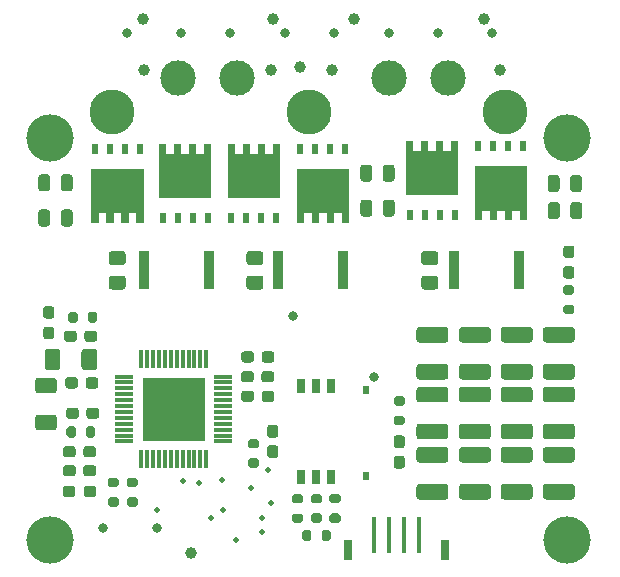
<source format=gbr>
%TF.GenerationSoftware,KiCad,Pcbnew,(5.1.8-0-10_14)*%
%TF.CreationDate,2021-05-13T19:53:47+02:00*%
%TF.ProjectId,Nauthiluscontroller,4e617574-6869-46c7-9573-636f6e74726f,rev?*%
%TF.SameCoordinates,Original*%
%TF.FileFunction,Soldermask,Top*%
%TF.FilePolarity,Negative*%
%FSLAX46Y46*%
G04 Gerber Fmt 4.6, Leading zero omitted, Abs format (unit mm)*
G04 Created by KiCad (PCBNEW (5.1.8-0-10_14)) date 2021-05-13 19:53:47*
%MOMM*%
%LPD*%
G01*
G04 APERTURE LIST*
%ADD10C,0.010000*%
%ADD11C,0.100000*%
%ADD12R,0.500000X0.850000*%
%ADD13C,0.500000*%
%ADD14C,0.300000*%
%ADD15R,1.500000X0.300000*%
%ADD16R,0.300000X1.500000*%
%ADD17C,4.000000*%
%ADD18R,0.760000X1.270000*%
%ADD19C,1.000000*%
%ADD20C,3.000000*%
%ADD21C,0.800000*%
%ADD22C,3.800000*%
%ADD23C,2.600000*%
%ADD24R,0.350000X3.115000*%
%ADD25R,0.700000X1.800000*%
%ADD26R,0.900000X3.200000*%
%ADD27R,0.600000X0.800000*%
G04 APERTURE END LIST*
D10*
%TO.C,U11*%
G36*
X126038000Y-108207000D02*
G01*
X126038000Y-103037000D01*
X131208000Y-103037000D01*
X131208000Y-108207000D01*
X126038000Y-108207000D01*
G37*
X126038000Y-108207000D02*
X126038000Y-103037000D01*
X131208000Y-103037000D01*
X131208000Y-108207000D01*
X126038000Y-108207000D01*
%TD*%
D11*
%TO.C,Q2*%
G36*
X125465000Y-89865000D02*
G01*
X125465000Y-89065000D01*
X124795000Y-89065000D01*
X124795000Y-89865000D01*
X124195000Y-89865000D01*
X124195000Y-89065000D01*
X123525000Y-89065000D01*
X123525000Y-89865000D01*
X122925000Y-89865000D01*
X122925000Y-89065000D01*
X122255000Y-89065000D01*
X122255000Y-89865000D01*
X121655000Y-89865000D01*
X121655000Y-85315000D01*
X126065000Y-85315000D01*
X126065000Y-89865000D01*
X125465000Y-89865000D01*
G37*
D12*
X121955000Y-83640000D03*
X123225000Y-83640000D03*
X124495000Y-83640000D03*
X125765000Y-83640000D03*
%TD*%
D13*
%TO.C,TP15*%
X135200000Y-112300000D03*
%TD*%
D11*
%TO.C,Q6*%
G36*
X157895000Y-89615000D02*
G01*
X157895000Y-88815000D01*
X157225000Y-88815000D01*
X157225000Y-89615000D01*
X156625000Y-89615000D01*
X156625000Y-88815000D01*
X155955000Y-88815000D01*
X155955000Y-89615000D01*
X155355000Y-89615000D01*
X155355000Y-88815000D01*
X154685000Y-88815000D01*
X154685000Y-89615000D01*
X154085000Y-89615000D01*
X154085000Y-85065000D01*
X158495000Y-85065000D01*
X158495000Y-89615000D01*
X157895000Y-89615000D01*
G37*
D12*
X154385000Y-83390000D03*
X155655000Y-83390000D03*
X156925000Y-83390000D03*
X158195000Y-83390000D03*
%TD*%
%TO.C,Q7*%
X148615000Y-89170000D03*
X149885000Y-89170000D03*
X151155000Y-89170000D03*
X152425000Y-89170000D03*
D11*
G36*
X148915000Y-82945000D02*
G01*
X148915000Y-83745000D01*
X149585000Y-83745000D01*
X149585000Y-82945000D01*
X150185000Y-82945000D01*
X150185000Y-83745000D01*
X150855000Y-83745000D01*
X150855000Y-82945000D01*
X151455000Y-82945000D01*
X151455000Y-83745000D01*
X152125000Y-83745000D01*
X152125000Y-82945000D01*
X152725000Y-82945000D01*
X152725000Y-87495000D01*
X148315000Y-87495000D01*
X148315000Y-82945000D01*
X148915000Y-82945000D01*
G37*
%TD*%
%TO.C,R16*%
G36*
G01*
X135095000Y-109810000D02*
X135645000Y-109810000D01*
G75*
G02*
X135845000Y-110010000I0J-200000D01*
G01*
X135845000Y-110410000D01*
G75*
G02*
X135645000Y-110610000I-200000J0D01*
G01*
X135095000Y-110610000D01*
G75*
G02*
X134895000Y-110410000I0J200000D01*
G01*
X134895000Y-110010000D01*
G75*
G02*
X135095000Y-109810000I200000J0D01*
G01*
G37*
G36*
G01*
X135095000Y-108160000D02*
X135645000Y-108160000D01*
G75*
G02*
X135845000Y-108360000I0J-200000D01*
G01*
X135845000Y-108760000D01*
G75*
G02*
X135645000Y-108960000I-200000J0D01*
G01*
X135095000Y-108960000D01*
G75*
G02*
X134895000Y-108760000I0J200000D01*
G01*
X134895000Y-108360000D01*
G75*
G02*
X135095000Y-108160000I200000J0D01*
G01*
G37*
%TD*%
D14*
%TO.C,U11*%
X131023000Y-103222000D03*
X131023000Y-104422000D03*
X131023000Y-105622000D03*
X131023000Y-106822000D03*
X131023000Y-108022000D03*
X129823000Y-103222000D03*
X129823000Y-104422000D03*
X129823000Y-105622000D03*
X129823000Y-106822000D03*
X129823000Y-108022000D03*
X128623000Y-103222000D03*
X128623000Y-104422000D03*
X128623000Y-105622000D03*
X128623000Y-106822000D03*
X128623000Y-108022000D03*
X127423000Y-103222000D03*
X127423000Y-104422000D03*
X127423000Y-105622000D03*
X127423000Y-106822000D03*
X127423000Y-108022000D03*
X126223000Y-103222000D03*
X126223000Y-104422000D03*
X126223000Y-105622000D03*
X126223000Y-106822000D03*
X126223000Y-108022000D03*
D15*
X124423000Y-108372000D03*
X124423000Y-107872000D03*
X124423000Y-107372000D03*
X124423000Y-106872000D03*
X124423000Y-106372000D03*
X124423000Y-105872000D03*
X124423000Y-105372000D03*
X124423000Y-104872000D03*
X124423000Y-104372000D03*
X124423000Y-103872000D03*
X124423000Y-103372000D03*
X124423000Y-102872000D03*
D16*
X125873000Y-101422000D03*
X126373000Y-101422000D03*
X126873000Y-101422000D03*
X127373000Y-101422000D03*
X127873000Y-101422000D03*
X128373000Y-101422000D03*
X128873000Y-101422000D03*
X129373000Y-101422000D03*
X129873000Y-101422000D03*
X130373000Y-101422000D03*
X130873000Y-101422000D03*
X131373000Y-101422000D03*
D15*
X132823000Y-102872000D03*
X132823000Y-103372000D03*
X132823000Y-103872000D03*
X132823000Y-104372000D03*
X132823000Y-104872000D03*
X132823000Y-105372000D03*
X132823000Y-105872000D03*
X132823000Y-106372000D03*
X132823000Y-106872000D03*
X132823000Y-107372000D03*
X132823000Y-107872000D03*
X132823000Y-108372000D03*
D16*
X131373000Y-109822000D03*
X130873000Y-109822000D03*
X130373000Y-109822000D03*
X129873000Y-109822000D03*
X129373000Y-109822000D03*
X128873000Y-109822000D03*
X128373000Y-109822000D03*
X127873000Y-109822000D03*
X127373000Y-109822000D03*
X126873000Y-109822000D03*
X126373000Y-109822000D03*
X125873000Y-109822000D03*
%TD*%
D17*
%TO.C,H4*%
X161927359Y-116680000D03*
%TD*%
%TO.C,C49*%
G36*
G01*
X150775000Y-95505000D02*
X149825000Y-95505000D01*
G75*
G02*
X149575000Y-95255000I0J250000D01*
G01*
X149575000Y-94580000D01*
G75*
G02*
X149825000Y-94330000I250000J0D01*
G01*
X150775000Y-94330000D01*
G75*
G02*
X151025000Y-94580000I0J-250000D01*
G01*
X151025000Y-95255000D01*
G75*
G02*
X150775000Y-95505000I-250000J0D01*
G01*
G37*
G36*
G01*
X150775000Y-93430000D02*
X149825000Y-93430000D01*
G75*
G02*
X149575000Y-93180000I0J250000D01*
G01*
X149575000Y-92505000D01*
G75*
G02*
X149825000Y-92255000I250000J0D01*
G01*
X150775000Y-92255000D01*
G75*
G02*
X151025000Y-92505000I0J-250000D01*
G01*
X151025000Y-93180000D01*
G75*
G02*
X150775000Y-93430000I-250000J0D01*
G01*
G37*
%TD*%
D11*
%TO.C,Q5*%
G36*
X133785000Y-83225000D02*
G01*
X133785000Y-84025000D01*
X134455000Y-84025000D01*
X134455000Y-83225000D01*
X135055000Y-83225000D01*
X135055000Y-84025000D01*
X135725000Y-84025000D01*
X135725000Y-83225000D01*
X136325000Y-83225000D01*
X136325000Y-84025000D01*
X136995000Y-84025000D01*
X136995000Y-83225000D01*
X137595000Y-83225000D01*
X137595000Y-87775000D01*
X133185000Y-87775000D01*
X133185000Y-83225000D01*
X133785000Y-83225000D01*
G37*
D12*
X137295000Y-89450000D03*
X136025000Y-89450000D03*
X134755000Y-89450000D03*
X133485000Y-89450000D03*
%TD*%
%TO.C,Q3*%
X127705000Y-89450000D03*
X128975000Y-89450000D03*
X130245000Y-89450000D03*
X131515000Y-89450000D03*
D11*
G36*
X128005000Y-83225000D02*
G01*
X128005000Y-84025000D01*
X128675000Y-84025000D01*
X128675000Y-83225000D01*
X129275000Y-83225000D01*
X129275000Y-84025000D01*
X129945000Y-84025000D01*
X129945000Y-83225000D01*
X130545000Y-83225000D01*
X130545000Y-84025000D01*
X131215000Y-84025000D01*
X131215000Y-83225000D01*
X131815000Y-83225000D01*
X131815000Y-87775000D01*
X127405000Y-87775000D01*
X127405000Y-83225000D01*
X128005000Y-83225000D01*
G37*
%TD*%
D18*
%TO.C,SW2*%
X139430000Y-103710000D03*
X140700000Y-103710000D03*
X141970000Y-103710000D03*
X141970000Y-111340000D03*
X140700000Y-111340000D03*
X139430000Y-111340000D03*
%TD*%
D19*
%TO.C,J7*%
X126000000Y-72620000D03*
X137000000Y-72620000D03*
D20*
X134000000Y-77620000D03*
X129000000Y-77620000D03*
%TD*%
D19*
%TO.C,U7*%
X139340000Y-76690000D03*
%TD*%
%TO.C,U17*%
X136870000Y-76950000D03*
%TD*%
D21*
%TO.C,J3*%
X133420000Y-73810000D03*
X138020000Y-73810000D03*
%TD*%
D22*
%TO.C,U18*%
X156697360Y-80500000D03*
D23*
X156697360Y-80500000D03*
%TD*%
D21*
%TO.C,J1*%
X150970000Y-73780000D03*
X155570000Y-73780000D03*
%TD*%
D12*
%TO.C,Q4*%
X143145000Y-83610000D03*
X141875000Y-83610000D03*
X140605000Y-83610000D03*
X139335000Y-83610000D03*
D11*
G36*
X142845000Y-89835000D02*
G01*
X142845000Y-89035000D01*
X142175000Y-89035000D01*
X142175000Y-89835000D01*
X141575000Y-89835000D01*
X141575000Y-89035000D01*
X140905000Y-89035000D01*
X140905000Y-89835000D01*
X140305000Y-89835000D01*
X140305000Y-89035000D01*
X139635000Y-89035000D01*
X139635000Y-89835000D01*
X139035000Y-89835000D01*
X139035000Y-85285000D01*
X143445000Y-85285000D01*
X143445000Y-89835000D01*
X142845000Y-89835000D01*
G37*
%TD*%
%TO.C,R22*%
G36*
G01*
X123775000Y-113885000D02*
X123225000Y-113885000D01*
G75*
G02*
X123025000Y-113685000I0J200000D01*
G01*
X123025000Y-113285000D01*
G75*
G02*
X123225000Y-113085000I200000J0D01*
G01*
X123775000Y-113085000D01*
G75*
G02*
X123975000Y-113285000I0J-200000D01*
G01*
X123975000Y-113685000D01*
G75*
G02*
X123775000Y-113885000I-200000J0D01*
G01*
G37*
G36*
G01*
X123775000Y-112235000D02*
X123225000Y-112235000D01*
G75*
G02*
X123025000Y-112035000I0J200000D01*
G01*
X123025000Y-111635000D01*
G75*
G02*
X123225000Y-111435000I200000J0D01*
G01*
X123775000Y-111435000D01*
G75*
G02*
X123975000Y-111635000I0J-200000D01*
G01*
X123975000Y-112035000D01*
G75*
G02*
X123775000Y-112235000I-200000J0D01*
G01*
G37*
%TD*%
%TO.C,C45*%
G36*
G01*
X135965000Y-93430000D02*
X135015000Y-93430000D01*
G75*
G02*
X134765000Y-93180000I0J250000D01*
G01*
X134765000Y-92505000D01*
G75*
G02*
X135015000Y-92255000I250000J0D01*
G01*
X135965000Y-92255000D01*
G75*
G02*
X136215000Y-92505000I0J-250000D01*
G01*
X136215000Y-93180000D01*
G75*
G02*
X135965000Y-93430000I-250000J0D01*
G01*
G37*
G36*
G01*
X135965000Y-95505000D02*
X135015000Y-95505000D01*
G75*
G02*
X134765000Y-95255000I0J250000D01*
G01*
X134765000Y-94580000D01*
G75*
G02*
X135015000Y-94330000I250000J0D01*
G01*
X135965000Y-94330000D01*
G75*
G02*
X136215000Y-94580000I0J-250000D01*
G01*
X136215000Y-95255000D01*
G75*
G02*
X135965000Y-95505000I-250000J0D01*
G01*
G37*
%TD*%
%TO.C,C58*%
G36*
G01*
X155220003Y-110162000D02*
X153019997Y-110162000D01*
G75*
G02*
X152770000Y-109912003I0J249997D01*
G01*
X152770000Y-109086997D01*
G75*
G02*
X153019997Y-108837000I249997J0D01*
G01*
X155220003Y-108837000D01*
G75*
G02*
X155470000Y-109086997I0J-249997D01*
G01*
X155470000Y-109912003D01*
G75*
G02*
X155220003Y-110162000I-249997J0D01*
G01*
G37*
G36*
G01*
X155220003Y-113287000D02*
X153019997Y-113287000D01*
G75*
G02*
X152770000Y-113037003I0J249997D01*
G01*
X152770000Y-112211997D01*
G75*
G02*
X153019997Y-111962000I249997J0D01*
G01*
X155220003Y-111962000D01*
G75*
G02*
X155470000Y-112211997I0J-249997D01*
G01*
X155470000Y-113037003D01*
G75*
G02*
X155220003Y-113287000I-249997J0D01*
G01*
G37*
%TD*%
D21*
%TO.C,TP12*%
X138710000Y-97740000D03*
%TD*%
%TO.C,TP1*%
X145550000Y-102930000D03*
%TD*%
%TO.C,R21*%
G36*
G01*
X125375000Y-112235000D02*
X124825000Y-112235000D01*
G75*
G02*
X124625000Y-112035000I0J200000D01*
G01*
X124625000Y-111635000D01*
G75*
G02*
X124825000Y-111435000I200000J0D01*
G01*
X125375000Y-111435000D01*
G75*
G02*
X125575000Y-111635000I0J-200000D01*
G01*
X125575000Y-112035000D01*
G75*
G02*
X125375000Y-112235000I-200000J0D01*
G01*
G37*
G36*
G01*
X125375000Y-113885000D02*
X124825000Y-113885000D01*
G75*
G02*
X124625000Y-113685000I0J200000D01*
G01*
X124625000Y-113285000D01*
G75*
G02*
X124825000Y-113085000I200000J0D01*
G01*
X125375000Y-113085000D01*
G75*
G02*
X125575000Y-113285000I0J-200000D01*
G01*
X125575000Y-113685000D01*
G75*
G02*
X125375000Y-113885000I-200000J0D01*
G01*
G37*
%TD*%
%TO.C,C26*%
G36*
G01*
X151620003Y-105062000D02*
X149419997Y-105062000D01*
G75*
G02*
X149170000Y-104812003I0J249997D01*
G01*
X149170000Y-103986997D01*
G75*
G02*
X149419997Y-103737000I249997J0D01*
G01*
X151620003Y-103737000D01*
G75*
G02*
X151870000Y-103986997I0J-249997D01*
G01*
X151870000Y-104812003D01*
G75*
G02*
X151620003Y-105062000I-249997J0D01*
G01*
G37*
G36*
G01*
X151620003Y-108187000D02*
X149419997Y-108187000D01*
G75*
G02*
X149170000Y-107937003I0J249997D01*
G01*
X149170000Y-107111997D01*
G75*
G02*
X149419997Y-106862000I249997J0D01*
G01*
X151620003Y-106862000D01*
G75*
G02*
X151870000Y-107111997I0J-249997D01*
G01*
X151870000Y-107937003D01*
G75*
G02*
X151620003Y-108187000I-249997J0D01*
G01*
G37*
%TD*%
%TO.C,C20*%
G36*
G01*
X158762003Y-103124500D02*
X156561997Y-103124500D01*
G75*
G02*
X156312000Y-102874503I0J249997D01*
G01*
X156312000Y-102049497D01*
G75*
G02*
X156561997Y-101799500I249997J0D01*
G01*
X158762003Y-101799500D01*
G75*
G02*
X159012000Y-102049497I0J-249997D01*
G01*
X159012000Y-102874503D01*
G75*
G02*
X158762003Y-103124500I-249997J0D01*
G01*
G37*
G36*
G01*
X158762003Y-99999500D02*
X156561997Y-99999500D01*
G75*
G02*
X156312000Y-99749503I0J249997D01*
G01*
X156312000Y-98924497D01*
G75*
G02*
X156561997Y-98674500I249997J0D01*
G01*
X158762003Y-98674500D01*
G75*
G02*
X159012000Y-98924497I0J-249997D01*
G01*
X159012000Y-99749503D01*
G75*
G02*
X158762003Y-99999500I-249997J0D01*
G01*
G37*
%TD*%
%TO.C,C40*%
G36*
G01*
X122130000Y-100779997D02*
X122130000Y-102080003D01*
G75*
G02*
X121880003Y-102330000I-249997J0D01*
G01*
X121054997Y-102330000D01*
G75*
G02*
X120805000Y-102080003I0J249997D01*
G01*
X120805000Y-100779997D01*
G75*
G02*
X121054997Y-100530000I249997J0D01*
G01*
X121880003Y-100530000D01*
G75*
G02*
X122130000Y-100779997I0J-249997D01*
G01*
G37*
G36*
G01*
X119005000Y-100779997D02*
X119005000Y-102080003D01*
G75*
G02*
X118755003Y-102330000I-249997J0D01*
G01*
X117929997Y-102330000D01*
G75*
G02*
X117680000Y-102080003I0J249997D01*
G01*
X117680000Y-100779997D01*
G75*
G02*
X117929997Y-100530000I249997J0D01*
G01*
X118755003Y-100530000D01*
G75*
G02*
X119005000Y-100779997I0J-249997D01*
G01*
G37*
%TD*%
D22*
%TO.C,U16*%
X140048680Y-80500000D03*
D23*
X140048680Y-80500000D03*
%TD*%
D20*
%TO.C,J6*%
X146850000Y-77620000D03*
X151850000Y-77620000D03*
D19*
X154850000Y-72620000D03*
X143850000Y-72620000D03*
%TD*%
%TO.C,C21*%
G36*
G01*
X158750003Y-105062000D02*
X156549997Y-105062000D01*
G75*
G02*
X156300000Y-104812003I0J249997D01*
G01*
X156300000Y-103986997D01*
G75*
G02*
X156549997Y-103737000I249997J0D01*
G01*
X158750003Y-103737000D01*
G75*
G02*
X159000000Y-103986997I0J-249997D01*
G01*
X159000000Y-104812003D01*
G75*
G02*
X158750003Y-105062000I-249997J0D01*
G01*
G37*
G36*
G01*
X158750003Y-108187000D02*
X156549997Y-108187000D01*
G75*
G02*
X156300000Y-107937003I0J249997D01*
G01*
X156300000Y-107111997D01*
G75*
G02*
X156549997Y-106862000I249997J0D01*
G01*
X158750003Y-106862000D01*
G75*
G02*
X159000000Y-107111997I0J-249997D01*
G01*
X159000000Y-107937003D01*
G75*
G02*
X158750003Y-108187000I-249997J0D01*
G01*
G37*
%TD*%
%TO.C,C24*%
G36*
G01*
X162322003Y-113287000D02*
X160121997Y-113287000D01*
G75*
G02*
X159872000Y-113037003I0J249997D01*
G01*
X159872000Y-112211997D01*
G75*
G02*
X160121997Y-111962000I249997J0D01*
G01*
X162322003Y-111962000D01*
G75*
G02*
X162572000Y-112211997I0J-249997D01*
G01*
X162572000Y-113037003D01*
G75*
G02*
X162322003Y-113287000I-249997J0D01*
G01*
G37*
G36*
G01*
X162322003Y-110162000D02*
X160121997Y-110162000D01*
G75*
G02*
X159872000Y-109912003I0J249997D01*
G01*
X159872000Y-109086997D01*
G75*
G02*
X160121997Y-108837000I249997J0D01*
G01*
X162322003Y-108837000D01*
G75*
G02*
X162572000Y-109086997I0J-249997D01*
G01*
X162572000Y-109912003D01*
G75*
G02*
X162322003Y-110162000I-249997J0D01*
G01*
G37*
%TD*%
%TO.C,C27*%
G36*
G01*
X162322003Y-108187000D02*
X160121997Y-108187000D01*
G75*
G02*
X159872000Y-107937003I0J249997D01*
G01*
X159872000Y-107111997D01*
G75*
G02*
X160121997Y-106862000I249997J0D01*
G01*
X162322003Y-106862000D01*
G75*
G02*
X162572000Y-107111997I0J-249997D01*
G01*
X162572000Y-107937003D01*
G75*
G02*
X162322003Y-108187000I-249997J0D01*
G01*
G37*
G36*
G01*
X162322003Y-105062000D02*
X160121997Y-105062000D01*
G75*
G02*
X159872000Y-104812003I0J249997D01*
G01*
X159872000Y-103986997D01*
G75*
G02*
X160121997Y-103737000I249997J0D01*
G01*
X162322003Y-103737000D01*
G75*
G02*
X162572000Y-103986997I0J-249997D01*
G01*
X162572000Y-104812003D01*
G75*
G02*
X162322003Y-105062000I-249997J0D01*
G01*
G37*
%TD*%
%TO.C,C28*%
G36*
G01*
X158750003Y-110162000D02*
X156549997Y-110162000D01*
G75*
G02*
X156300000Y-109912003I0J249997D01*
G01*
X156300000Y-109086997D01*
G75*
G02*
X156549997Y-108837000I249997J0D01*
G01*
X158750003Y-108837000D01*
G75*
G02*
X159000000Y-109086997I0J-249997D01*
G01*
X159000000Y-109912003D01*
G75*
G02*
X158750003Y-110162000I-249997J0D01*
G01*
G37*
G36*
G01*
X158750003Y-113287000D02*
X156549997Y-113287000D01*
G75*
G02*
X156300000Y-113037003I0J249997D01*
G01*
X156300000Y-112211997D01*
G75*
G02*
X156549997Y-111962000I249997J0D01*
G01*
X158750003Y-111962000D01*
G75*
G02*
X159000000Y-112211997I0J-249997D01*
G01*
X159000000Y-113037003D01*
G75*
G02*
X158750003Y-113287000I-249997J0D01*
G01*
G37*
%TD*%
%TO.C,C29*%
G36*
G01*
X136055000Y-101447500D02*
X136055000Y-100972500D01*
G75*
G02*
X136292500Y-100735000I237500J0D01*
G01*
X136892500Y-100735000D01*
G75*
G02*
X137130000Y-100972500I0J-237500D01*
G01*
X137130000Y-101447500D01*
G75*
G02*
X136892500Y-101685000I-237500J0D01*
G01*
X136292500Y-101685000D01*
G75*
G02*
X136055000Y-101447500I0J237500D01*
G01*
G37*
G36*
G01*
X134330000Y-101447500D02*
X134330000Y-100972500D01*
G75*
G02*
X134567500Y-100735000I237500J0D01*
G01*
X135167500Y-100735000D01*
G75*
G02*
X135405000Y-100972500I0J-237500D01*
G01*
X135405000Y-101447500D01*
G75*
G02*
X135167500Y-101685000I-237500J0D01*
G01*
X134567500Y-101685000D01*
G75*
G02*
X134330000Y-101447500I0J237500D01*
G01*
G37*
%TD*%
%TO.C,C31*%
G36*
G01*
X120965500Y-111072500D02*
X120965500Y-110597500D01*
G75*
G02*
X121203000Y-110360000I237500J0D01*
G01*
X121803000Y-110360000D01*
G75*
G02*
X122040500Y-110597500I0J-237500D01*
G01*
X122040500Y-111072500D01*
G75*
G02*
X121803000Y-111310000I-237500J0D01*
G01*
X121203000Y-111310000D01*
G75*
G02*
X120965500Y-111072500I0J237500D01*
G01*
G37*
G36*
G01*
X119240500Y-111072500D02*
X119240500Y-110597500D01*
G75*
G02*
X119478000Y-110360000I237500J0D01*
G01*
X120078000Y-110360000D01*
G75*
G02*
X120315500Y-110597500I0J-237500D01*
G01*
X120315500Y-111072500D01*
G75*
G02*
X120078000Y-111310000I-237500J0D01*
G01*
X119478000Y-111310000D01*
G75*
G02*
X119240500Y-111072500I0J237500D01*
G01*
G37*
%TD*%
%TO.C,C32*%
G36*
G01*
X137227500Y-108045000D02*
X136752500Y-108045000D01*
G75*
G02*
X136515000Y-107807500I0J237500D01*
G01*
X136515000Y-107207500D01*
G75*
G02*
X136752500Y-106970000I237500J0D01*
G01*
X137227500Y-106970000D01*
G75*
G02*
X137465000Y-107207500I0J-237500D01*
G01*
X137465000Y-107807500D01*
G75*
G02*
X137227500Y-108045000I-237500J0D01*
G01*
G37*
G36*
G01*
X137227500Y-109770000D02*
X136752500Y-109770000D01*
G75*
G02*
X136515000Y-109532500I0J237500D01*
G01*
X136515000Y-108932500D01*
G75*
G02*
X136752500Y-108695000I237500J0D01*
G01*
X137227500Y-108695000D01*
G75*
G02*
X137465000Y-108932500I0J-237500D01*
G01*
X137465000Y-109532500D01*
G75*
G02*
X137227500Y-109770000I-237500J0D01*
G01*
G37*
%TD*%
%TO.C,C33*%
G36*
G01*
X120965500Y-109484500D02*
X120965500Y-109009500D01*
G75*
G02*
X121203000Y-108772000I237500J0D01*
G01*
X121803000Y-108772000D01*
G75*
G02*
X122040500Y-109009500I0J-237500D01*
G01*
X122040500Y-109484500D01*
G75*
G02*
X121803000Y-109722000I-237500J0D01*
G01*
X121203000Y-109722000D01*
G75*
G02*
X120965500Y-109484500I0J237500D01*
G01*
G37*
G36*
G01*
X119240500Y-109484500D02*
X119240500Y-109009500D01*
G75*
G02*
X119478000Y-108772000I237500J0D01*
G01*
X120078000Y-108772000D01*
G75*
G02*
X120315500Y-109009500I0J-237500D01*
G01*
X120315500Y-109484500D01*
G75*
G02*
X120078000Y-109722000I-237500J0D01*
G01*
X119478000Y-109722000D01*
G75*
G02*
X119240500Y-109484500I0J237500D01*
G01*
G37*
%TD*%
%TO.C,C34*%
G36*
G01*
X134317500Y-103117500D02*
X134317500Y-102642500D01*
G75*
G02*
X134555000Y-102405000I237500J0D01*
G01*
X135155000Y-102405000D01*
G75*
G02*
X135392500Y-102642500I0J-237500D01*
G01*
X135392500Y-103117500D01*
G75*
G02*
X135155000Y-103355000I-237500J0D01*
G01*
X134555000Y-103355000D01*
G75*
G02*
X134317500Y-103117500I0J237500D01*
G01*
G37*
G36*
G01*
X136042500Y-103117500D02*
X136042500Y-102642500D01*
G75*
G02*
X136280000Y-102405000I237500J0D01*
G01*
X136880000Y-102405000D01*
G75*
G02*
X137117500Y-102642500I0J-237500D01*
G01*
X137117500Y-103117500D01*
G75*
G02*
X136880000Y-103355000I-237500J0D01*
G01*
X136280000Y-103355000D01*
G75*
G02*
X136042500Y-103117500I0J237500D01*
G01*
G37*
%TD*%
%TO.C,C35*%
G36*
G01*
X121230000Y-106222500D02*
X121230000Y-105747500D01*
G75*
G02*
X121467500Y-105510000I237500J0D01*
G01*
X122067500Y-105510000D01*
G75*
G02*
X122305000Y-105747500I0J-237500D01*
G01*
X122305000Y-106222500D01*
G75*
G02*
X122067500Y-106460000I-237500J0D01*
G01*
X121467500Y-106460000D01*
G75*
G02*
X121230000Y-106222500I0J237500D01*
G01*
G37*
G36*
G01*
X119505000Y-106222500D02*
X119505000Y-105747500D01*
G75*
G02*
X119742500Y-105510000I237500J0D01*
G01*
X120342500Y-105510000D01*
G75*
G02*
X120580000Y-105747500I0J-237500D01*
G01*
X120580000Y-106222500D01*
G75*
G02*
X120342500Y-106460000I-237500J0D01*
G01*
X119742500Y-106460000D01*
G75*
G02*
X119505000Y-106222500I0J237500D01*
G01*
G37*
%TD*%
%TO.C,C36*%
G36*
G01*
X118450003Y-104300000D02*
X117149997Y-104300000D01*
G75*
G02*
X116900000Y-104050003I0J249997D01*
G01*
X116900000Y-103224997D01*
G75*
G02*
X117149997Y-102975000I249997J0D01*
G01*
X118450003Y-102975000D01*
G75*
G02*
X118700000Y-103224997I0J-249997D01*
G01*
X118700000Y-104050003D01*
G75*
G02*
X118450003Y-104300000I-249997J0D01*
G01*
G37*
G36*
G01*
X118450003Y-107425000D02*
X117149997Y-107425000D01*
G75*
G02*
X116900000Y-107175003I0J249997D01*
G01*
X116900000Y-106349997D01*
G75*
G02*
X117149997Y-106100000I249997J0D01*
G01*
X118450003Y-106100000D01*
G75*
G02*
X118700000Y-106349997I0J-249997D01*
G01*
X118700000Y-107175003D01*
G75*
G02*
X118450003Y-107425000I-249997J0D01*
G01*
G37*
%TD*%
%TO.C,C38*%
G36*
G01*
X122227500Y-103172500D02*
X122227500Y-103647500D01*
G75*
G02*
X121990000Y-103885000I-237500J0D01*
G01*
X121390000Y-103885000D01*
G75*
G02*
X121152500Y-103647500I0J237500D01*
G01*
X121152500Y-103172500D01*
G75*
G02*
X121390000Y-102935000I237500J0D01*
G01*
X121990000Y-102935000D01*
G75*
G02*
X122227500Y-103172500I0J-237500D01*
G01*
G37*
G36*
G01*
X120502500Y-103172500D02*
X120502500Y-103647500D01*
G75*
G02*
X120265000Y-103885000I-237500J0D01*
G01*
X119665000Y-103885000D01*
G75*
G02*
X119427500Y-103647500I0J237500D01*
G01*
X119427500Y-103172500D01*
G75*
G02*
X119665000Y-102935000I237500J0D01*
G01*
X120265000Y-102935000D01*
G75*
G02*
X120502500Y-103172500I0J-237500D01*
G01*
G37*
%TD*%
%TO.C,C41*%
G36*
G01*
X122135000Y-99222500D02*
X122135000Y-99697500D01*
G75*
G02*
X121897500Y-99935000I-237500J0D01*
G01*
X121297500Y-99935000D01*
G75*
G02*
X121060000Y-99697500I0J237500D01*
G01*
X121060000Y-99222500D01*
G75*
G02*
X121297500Y-98985000I237500J0D01*
G01*
X121897500Y-98985000D01*
G75*
G02*
X122135000Y-99222500I0J-237500D01*
G01*
G37*
G36*
G01*
X120410000Y-99222500D02*
X120410000Y-99697500D01*
G75*
G02*
X120172500Y-99935000I-237500J0D01*
G01*
X119572500Y-99935000D01*
G75*
G02*
X119335000Y-99697500I0J237500D01*
G01*
X119335000Y-99222500D01*
G75*
G02*
X119572500Y-98985000I237500J0D01*
G01*
X120172500Y-98985000D01*
G75*
G02*
X120410000Y-99222500I0J-237500D01*
G01*
G37*
%TD*%
%TO.C,C42*%
G36*
G01*
X136062500Y-104787500D02*
X136062500Y-104312500D01*
G75*
G02*
X136300000Y-104075000I237500J0D01*
G01*
X136900000Y-104075000D01*
G75*
G02*
X137137500Y-104312500I0J-237500D01*
G01*
X137137500Y-104787500D01*
G75*
G02*
X136900000Y-105025000I-237500J0D01*
G01*
X136300000Y-105025000D01*
G75*
G02*
X136062500Y-104787500I0J237500D01*
G01*
G37*
G36*
G01*
X134337500Y-104787500D02*
X134337500Y-104312500D01*
G75*
G02*
X134575000Y-104075000I237500J0D01*
G01*
X135175000Y-104075000D01*
G75*
G02*
X135412500Y-104312500I0J-237500D01*
G01*
X135412500Y-104787500D01*
G75*
G02*
X135175000Y-105025000I-237500J0D01*
G01*
X134575000Y-105025000D01*
G75*
G02*
X134337500Y-104787500I0J237500D01*
G01*
G37*
%TD*%
%TO.C,C44*%
G36*
G01*
X124305000Y-95505000D02*
X123355000Y-95505000D01*
G75*
G02*
X123105000Y-95255000I0J250000D01*
G01*
X123105000Y-94580000D01*
G75*
G02*
X123355000Y-94330000I250000J0D01*
G01*
X124305000Y-94330000D01*
G75*
G02*
X124555000Y-94580000I0J-250000D01*
G01*
X124555000Y-95255000D01*
G75*
G02*
X124305000Y-95505000I-250000J0D01*
G01*
G37*
G36*
G01*
X124305000Y-93430000D02*
X123355000Y-93430000D01*
G75*
G02*
X123105000Y-93180000I0J250000D01*
G01*
X123105000Y-92505000D01*
G75*
G02*
X123355000Y-92255000I250000J0D01*
G01*
X124305000Y-92255000D01*
G75*
G02*
X124555000Y-92505000I0J-250000D01*
G01*
X124555000Y-93180000D01*
G75*
G02*
X124305000Y-93430000I-250000J0D01*
G01*
G37*
%TD*%
%TO.C,C54*%
G36*
G01*
X155220003Y-103124500D02*
X153019997Y-103124500D01*
G75*
G02*
X152770000Y-102874503I0J249997D01*
G01*
X152770000Y-102049497D01*
G75*
G02*
X153019997Y-101799500I249997J0D01*
G01*
X155220003Y-101799500D01*
G75*
G02*
X155470000Y-102049497I0J-249997D01*
G01*
X155470000Y-102874503D01*
G75*
G02*
X155220003Y-103124500I-249997J0D01*
G01*
G37*
G36*
G01*
X155220003Y-99999500D02*
X153019997Y-99999500D01*
G75*
G02*
X152770000Y-99749503I0J249997D01*
G01*
X152770000Y-98924497D01*
G75*
G02*
X153019997Y-98674500I249997J0D01*
G01*
X155220003Y-98674500D01*
G75*
G02*
X155470000Y-98924497I0J-249997D01*
G01*
X155470000Y-99749503D01*
G75*
G02*
X155220003Y-99999500I-249997J0D01*
G01*
G37*
%TD*%
%TO.C,C55*%
G36*
G01*
X155220003Y-105062000D02*
X153019997Y-105062000D01*
G75*
G02*
X152770000Y-104812003I0J249997D01*
G01*
X152770000Y-103986997D01*
G75*
G02*
X153019997Y-103737000I249997J0D01*
G01*
X155220003Y-103737000D01*
G75*
G02*
X155470000Y-103986997I0J-249997D01*
G01*
X155470000Y-104812003D01*
G75*
G02*
X155220003Y-105062000I-249997J0D01*
G01*
G37*
G36*
G01*
X155220003Y-108187000D02*
X153019997Y-108187000D01*
G75*
G02*
X152770000Y-107937003I0J249997D01*
G01*
X152770000Y-107111997D01*
G75*
G02*
X153019997Y-106862000I249997J0D01*
G01*
X155220003Y-106862000D01*
G75*
G02*
X155470000Y-107111997I0J-249997D01*
G01*
X155470000Y-107937003D01*
G75*
G02*
X155220003Y-108187000I-249997J0D01*
G01*
G37*
%TD*%
%TO.C,C56*%
G36*
G01*
X151620003Y-99999500D02*
X149419997Y-99999500D01*
G75*
G02*
X149170000Y-99749503I0J249997D01*
G01*
X149170000Y-98924497D01*
G75*
G02*
X149419997Y-98674500I249997J0D01*
G01*
X151620003Y-98674500D01*
G75*
G02*
X151870000Y-98924497I0J-249997D01*
G01*
X151870000Y-99749503D01*
G75*
G02*
X151620003Y-99999500I-249997J0D01*
G01*
G37*
G36*
G01*
X151620003Y-103124500D02*
X149419997Y-103124500D01*
G75*
G02*
X149170000Y-102874503I0J249997D01*
G01*
X149170000Y-102049497D01*
G75*
G02*
X149419997Y-101799500I249997J0D01*
G01*
X151620003Y-101799500D01*
G75*
G02*
X151870000Y-102049497I0J-249997D01*
G01*
X151870000Y-102874503D01*
G75*
G02*
X151620003Y-103124500I-249997J0D01*
G01*
G37*
%TD*%
%TO.C,C57*%
G36*
G01*
X162322003Y-103124500D02*
X160121997Y-103124500D01*
G75*
G02*
X159872000Y-102874503I0J249997D01*
G01*
X159872000Y-102049497D01*
G75*
G02*
X160121997Y-101799500I249997J0D01*
G01*
X162322003Y-101799500D01*
G75*
G02*
X162572000Y-102049497I0J-249997D01*
G01*
X162572000Y-102874503D01*
G75*
G02*
X162322003Y-103124500I-249997J0D01*
G01*
G37*
G36*
G01*
X162322003Y-99999500D02*
X160121997Y-99999500D01*
G75*
G02*
X159872000Y-99749503I0J249997D01*
G01*
X159872000Y-98924497D01*
G75*
G02*
X160121997Y-98674500I249997J0D01*
G01*
X162322003Y-98674500D01*
G75*
G02*
X162572000Y-98924497I0J-249997D01*
G01*
X162572000Y-99749503D01*
G75*
G02*
X162322003Y-99999500I-249997J0D01*
G01*
G37*
%TD*%
%TO.C,C59*%
G36*
G01*
X151620003Y-113287000D02*
X149419997Y-113287000D01*
G75*
G02*
X149170000Y-113037003I0J249997D01*
G01*
X149170000Y-112211997D01*
G75*
G02*
X149419997Y-111962000I249997J0D01*
G01*
X151620003Y-111962000D01*
G75*
G02*
X151870000Y-112211997I0J-249997D01*
G01*
X151870000Y-113037003D01*
G75*
G02*
X151620003Y-113287000I-249997J0D01*
G01*
G37*
G36*
G01*
X151620003Y-110162000D02*
X149419997Y-110162000D01*
G75*
G02*
X149170000Y-109912003I0J249997D01*
G01*
X149170000Y-109086997D01*
G75*
G02*
X149419997Y-108837000I249997J0D01*
G01*
X151620003Y-108837000D01*
G75*
G02*
X151870000Y-109086997I0J-249997D01*
G01*
X151870000Y-109912003D01*
G75*
G02*
X151620003Y-110162000I-249997J0D01*
G01*
G37*
%TD*%
%TO.C,R6*%
G36*
G01*
X140280000Y-116045000D02*
X140280000Y-116595000D01*
G75*
G02*
X140080000Y-116795000I-200000J0D01*
G01*
X139680000Y-116795000D01*
G75*
G02*
X139480000Y-116595000I0J200000D01*
G01*
X139480000Y-116045000D01*
G75*
G02*
X139680000Y-115845000I200000J0D01*
G01*
X140080000Y-115845000D01*
G75*
G02*
X140280000Y-116045000I0J-200000D01*
G01*
G37*
G36*
G01*
X141930000Y-116045000D02*
X141930000Y-116595000D01*
G75*
G02*
X141730000Y-116795000I-200000J0D01*
G01*
X141330000Y-116795000D01*
G75*
G02*
X141130000Y-116595000I0J200000D01*
G01*
X141130000Y-116045000D01*
G75*
G02*
X141330000Y-115845000I200000J0D01*
G01*
X141730000Y-115845000D01*
G75*
G02*
X141930000Y-116045000I0J-200000D01*
G01*
G37*
%TD*%
%TO.C,R7*%
G36*
G01*
X119680000Y-98135000D02*
X119680000Y-97585000D01*
G75*
G02*
X119880000Y-97385000I200000J0D01*
G01*
X120280000Y-97385000D01*
G75*
G02*
X120480000Y-97585000I0J-200000D01*
G01*
X120480000Y-98135000D01*
G75*
G02*
X120280000Y-98335000I-200000J0D01*
G01*
X119880000Y-98335000D01*
G75*
G02*
X119680000Y-98135000I0J200000D01*
G01*
G37*
G36*
G01*
X121330000Y-98135000D02*
X121330000Y-97585000D01*
G75*
G02*
X121530000Y-97385000I200000J0D01*
G01*
X121930000Y-97385000D01*
G75*
G02*
X122130000Y-97585000I0J-200000D01*
G01*
X122130000Y-98135000D01*
G75*
G02*
X121930000Y-98335000I-200000J0D01*
G01*
X121530000Y-98335000D01*
G75*
G02*
X121330000Y-98135000I0J200000D01*
G01*
G37*
%TD*%
%TO.C,R8*%
G36*
G01*
X138830000Y-112820000D02*
X139380000Y-112820000D01*
G75*
G02*
X139580000Y-113020000I0J-200000D01*
G01*
X139580000Y-113420000D01*
G75*
G02*
X139380000Y-113620000I-200000J0D01*
G01*
X138830000Y-113620000D01*
G75*
G02*
X138630000Y-113420000I0J200000D01*
G01*
X138630000Y-113020000D01*
G75*
G02*
X138830000Y-112820000I200000J0D01*
G01*
G37*
G36*
G01*
X138830000Y-114470000D02*
X139380000Y-114470000D01*
G75*
G02*
X139580000Y-114670000I0J-200000D01*
G01*
X139580000Y-115070000D01*
G75*
G02*
X139380000Y-115270000I-200000J0D01*
G01*
X138830000Y-115270000D01*
G75*
G02*
X138630000Y-115070000I0J200000D01*
G01*
X138630000Y-114670000D01*
G75*
G02*
X138830000Y-114470000I200000J0D01*
G01*
G37*
%TD*%
%TO.C,R9*%
G36*
G01*
X140430000Y-112816000D02*
X140980000Y-112816000D01*
G75*
G02*
X141180000Y-113016000I0J-200000D01*
G01*
X141180000Y-113416000D01*
G75*
G02*
X140980000Y-113616000I-200000J0D01*
G01*
X140430000Y-113616000D01*
G75*
G02*
X140230000Y-113416000I0J200000D01*
G01*
X140230000Y-113016000D01*
G75*
G02*
X140430000Y-112816000I200000J0D01*
G01*
G37*
G36*
G01*
X140430000Y-114466000D02*
X140980000Y-114466000D01*
G75*
G02*
X141180000Y-114666000I0J-200000D01*
G01*
X141180000Y-115066000D01*
G75*
G02*
X140980000Y-115266000I-200000J0D01*
G01*
X140430000Y-115266000D01*
G75*
G02*
X140230000Y-115066000I0J200000D01*
G01*
X140230000Y-114666000D01*
G75*
G02*
X140430000Y-114466000I200000J0D01*
G01*
G37*
%TD*%
%TO.C,R10*%
G36*
G01*
X142555000Y-115265000D02*
X142005000Y-115265000D01*
G75*
G02*
X141805000Y-115065000I0J200000D01*
G01*
X141805000Y-114665000D01*
G75*
G02*
X142005000Y-114465000I200000J0D01*
G01*
X142555000Y-114465000D01*
G75*
G02*
X142755000Y-114665000I0J-200000D01*
G01*
X142755000Y-115065000D01*
G75*
G02*
X142555000Y-115265000I-200000J0D01*
G01*
G37*
G36*
G01*
X142555000Y-113615000D02*
X142005000Y-113615000D01*
G75*
G02*
X141805000Y-113415000I0J200000D01*
G01*
X141805000Y-113015000D01*
G75*
G02*
X142005000Y-112815000I200000J0D01*
G01*
X142555000Y-112815000D01*
G75*
G02*
X142755000Y-113015000I0J-200000D01*
G01*
X142755000Y-113415000D01*
G75*
G02*
X142555000Y-113615000I-200000J0D01*
G01*
G37*
%TD*%
%TO.C,R11*%
G36*
G01*
X161795000Y-96795000D02*
X162345000Y-96795000D01*
G75*
G02*
X162545000Y-96995000I0J-200000D01*
G01*
X162545000Y-97395000D01*
G75*
G02*
X162345000Y-97595000I-200000J0D01*
G01*
X161795000Y-97595000D01*
G75*
G02*
X161595000Y-97395000I0J200000D01*
G01*
X161595000Y-96995000D01*
G75*
G02*
X161795000Y-96795000I200000J0D01*
G01*
G37*
G36*
G01*
X161795000Y-95145000D02*
X162345000Y-95145000D01*
G75*
G02*
X162545000Y-95345000I0J-200000D01*
G01*
X162545000Y-95745000D01*
G75*
G02*
X162345000Y-95945000I-200000J0D01*
G01*
X161795000Y-95945000D01*
G75*
G02*
X161595000Y-95745000I0J200000D01*
G01*
X161595000Y-95345000D01*
G75*
G02*
X161795000Y-95145000I200000J0D01*
G01*
G37*
%TD*%
%TO.C,R17*%
G36*
G01*
X119530000Y-107835000D02*
X119530000Y-107285000D01*
G75*
G02*
X119730000Y-107085000I200000J0D01*
G01*
X120130000Y-107085000D01*
G75*
G02*
X120330000Y-107285000I0J-200000D01*
G01*
X120330000Y-107835000D01*
G75*
G02*
X120130000Y-108035000I-200000J0D01*
G01*
X119730000Y-108035000D01*
G75*
G02*
X119530000Y-107835000I0J200000D01*
G01*
G37*
G36*
G01*
X121180000Y-107835000D02*
X121180000Y-107285000D01*
G75*
G02*
X121380000Y-107085000I200000J0D01*
G01*
X121780000Y-107085000D01*
G75*
G02*
X121980000Y-107285000I0J-200000D01*
G01*
X121980000Y-107835000D01*
G75*
G02*
X121780000Y-108035000I-200000J0D01*
G01*
X121380000Y-108035000D01*
G75*
G02*
X121180000Y-107835000I0J200000D01*
G01*
G37*
%TD*%
D23*
%TO.C,U12*%
X123400000Y-80500000D03*
D22*
X123400000Y-80500000D03*
%TD*%
D21*
%TO.C,J2*%
X146810000Y-73810000D03*
X142210000Y-73810000D03*
%TD*%
%TO.C,J4*%
X129260000Y-73810000D03*
X124660000Y-73810000D03*
%TD*%
%TO.C,J9*%
X127200000Y-115730000D03*
X122600000Y-115730000D03*
%TD*%
D24*
%TO.C,J8*%
X145610000Y-116298000D03*
X146860000Y-116298000D03*
X148110000Y-116298000D03*
X149360000Y-116298000D03*
D25*
X151560000Y-117600000D03*
X143410000Y-117600000D03*
%TD*%
D19*
%TO.C,U15*%
X126080000Y-76950000D03*
%TD*%
%TO.C,U19*%
X141980000Y-76950000D03*
%TD*%
%TO.C,U20*%
X130060000Y-117820000D03*
%TD*%
%TO.C,D3*%
G36*
G01*
X118267500Y-99710000D02*
X117792500Y-99710000D01*
G75*
G02*
X117555000Y-99472500I0J237500D01*
G01*
X117555000Y-98897500D01*
G75*
G02*
X117792500Y-98660000I237500J0D01*
G01*
X118267500Y-98660000D01*
G75*
G02*
X118505000Y-98897500I0J-237500D01*
G01*
X118505000Y-99472500D01*
G75*
G02*
X118267500Y-99710000I-237500J0D01*
G01*
G37*
G36*
G01*
X118267500Y-97960000D02*
X117792500Y-97960000D01*
G75*
G02*
X117555000Y-97722500I0J237500D01*
G01*
X117555000Y-97147500D01*
G75*
G02*
X117792500Y-96910000I237500J0D01*
G01*
X118267500Y-96910000D01*
G75*
G02*
X118505000Y-97147500I0J-237500D01*
G01*
X118505000Y-97722500D01*
G75*
G02*
X118267500Y-97960000I-237500J0D01*
G01*
G37*
%TD*%
%TO.C,D4*%
G36*
G01*
X162307500Y-92835000D02*
X161832500Y-92835000D01*
G75*
G02*
X161595000Y-92597500I0J237500D01*
G01*
X161595000Y-92022500D01*
G75*
G02*
X161832500Y-91785000I237500J0D01*
G01*
X162307500Y-91785000D01*
G75*
G02*
X162545000Y-92022500I0J-237500D01*
G01*
X162545000Y-92597500D01*
G75*
G02*
X162307500Y-92835000I-237500J0D01*
G01*
G37*
G36*
G01*
X162307500Y-94585000D02*
X161832500Y-94585000D01*
G75*
G02*
X161595000Y-94347500I0J237500D01*
G01*
X161595000Y-93772500D01*
G75*
G02*
X161832500Y-93535000I237500J0D01*
G01*
X162307500Y-93535000D01*
G75*
G02*
X162545000Y-93772500I0J-237500D01*
G01*
X162545000Y-94347500D01*
G75*
G02*
X162307500Y-94585000I-237500J0D01*
G01*
G37*
%TD*%
%TO.C,D6*%
G36*
G01*
X122040500Y-112372500D02*
X122040500Y-112847500D01*
G75*
G02*
X121803000Y-113085000I-237500J0D01*
G01*
X121228000Y-113085000D01*
G75*
G02*
X120990500Y-112847500I0J237500D01*
G01*
X120990500Y-112372500D01*
G75*
G02*
X121228000Y-112135000I237500J0D01*
G01*
X121803000Y-112135000D01*
G75*
G02*
X122040500Y-112372500I0J-237500D01*
G01*
G37*
G36*
G01*
X120290500Y-112372500D02*
X120290500Y-112847500D01*
G75*
G02*
X120053000Y-113085000I-237500J0D01*
G01*
X119478000Y-113085000D01*
G75*
G02*
X119240500Y-112847500I0J237500D01*
G01*
X119240500Y-112372500D01*
G75*
G02*
X119478000Y-112135000I237500J0D01*
G01*
X120053000Y-112135000D01*
G75*
G02*
X120290500Y-112372500I0J-237500D01*
G01*
G37*
%TD*%
%TO.C,U9*%
X156220000Y-76950000D03*
%TD*%
D17*
%TO.C,H1*%
X118170000Y-82680001D03*
%TD*%
%TO.C,H2*%
X161927359Y-82680001D03*
%TD*%
%TO.C,H3*%
X118170000Y-116680000D03*
%TD*%
%TO.C,C2*%
G36*
G01*
X146330000Y-89095000D02*
X146330000Y-88145000D01*
G75*
G02*
X146580000Y-87895000I250000J0D01*
G01*
X147080000Y-87895000D01*
G75*
G02*
X147330000Y-88145000I0J-250000D01*
G01*
X147330000Y-89095000D01*
G75*
G02*
X147080000Y-89345000I-250000J0D01*
G01*
X146580000Y-89345000D01*
G75*
G02*
X146330000Y-89095000I0J250000D01*
G01*
G37*
G36*
G01*
X144430000Y-89095000D02*
X144430000Y-88145000D01*
G75*
G02*
X144680000Y-87895000I250000J0D01*
G01*
X145180000Y-87895000D01*
G75*
G02*
X145430000Y-88145000I0J-250000D01*
G01*
X145430000Y-89095000D01*
G75*
G02*
X145180000Y-89345000I-250000J0D01*
G01*
X144680000Y-89345000D01*
G75*
G02*
X144430000Y-89095000I0J250000D01*
G01*
G37*
%TD*%
%TO.C,C4*%
G36*
G01*
X144410000Y-86125000D02*
X144410000Y-85175000D01*
G75*
G02*
X144660000Y-84925000I250000J0D01*
G01*
X145160000Y-84925000D01*
G75*
G02*
X145410000Y-85175000I0J-250000D01*
G01*
X145410000Y-86125000D01*
G75*
G02*
X145160000Y-86375000I-250000J0D01*
G01*
X144660000Y-86375000D01*
G75*
G02*
X144410000Y-86125000I0J250000D01*
G01*
G37*
G36*
G01*
X146310000Y-86125000D02*
X146310000Y-85175000D01*
G75*
G02*
X146560000Y-84925000I250000J0D01*
G01*
X147060000Y-84925000D01*
G75*
G02*
X147310000Y-85175000I0J-250000D01*
G01*
X147310000Y-86125000D01*
G75*
G02*
X147060000Y-86375000I-250000J0D01*
G01*
X146560000Y-86375000D01*
G75*
G02*
X146310000Y-86125000I0J250000D01*
G01*
G37*
%TD*%
%TO.C,C6*%
G36*
G01*
X162190000Y-87005000D02*
X162190000Y-86055000D01*
G75*
G02*
X162440000Y-85805000I250000J0D01*
G01*
X162940000Y-85805000D01*
G75*
G02*
X163190000Y-86055000I0J-250000D01*
G01*
X163190000Y-87005000D01*
G75*
G02*
X162940000Y-87255000I-250000J0D01*
G01*
X162440000Y-87255000D01*
G75*
G02*
X162190000Y-87005000I0J250000D01*
G01*
G37*
G36*
G01*
X160290000Y-87005000D02*
X160290000Y-86055000D01*
G75*
G02*
X160540000Y-85805000I250000J0D01*
G01*
X161040000Y-85805000D01*
G75*
G02*
X161290000Y-86055000I0J-250000D01*
G01*
X161290000Y-87005000D01*
G75*
G02*
X161040000Y-87255000I-250000J0D01*
G01*
X160540000Y-87255000D01*
G75*
G02*
X160290000Y-87005000I0J250000D01*
G01*
G37*
%TD*%
%TO.C,C8*%
G36*
G01*
X120060000Y-88975000D02*
X120060000Y-89925000D01*
G75*
G02*
X119810000Y-90175000I-250000J0D01*
G01*
X119310000Y-90175000D01*
G75*
G02*
X119060000Y-89925000I0J250000D01*
G01*
X119060000Y-88975000D01*
G75*
G02*
X119310000Y-88725000I250000J0D01*
G01*
X119810000Y-88725000D01*
G75*
G02*
X120060000Y-88975000I0J-250000D01*
G01*
G37*
G36*
G01*
X118160000Y-88975000D02*
X118160000Y-89925000D01*
G75*
G02*
X117910000Y-90175000I-250000J0D01*
G01*
X117410000Y-90175000D01*
G75*
G02*
X117160000Y-89925000I0J250000D01*
G01*
X117160000Y-88975000D01*
G75*
G02*
X117410000Y-88725000I250000J0D01*
G01*
X117910000Y-88725000D01*
G75*
G02*
X118160000Y-88975000I0J-250000D01*
G01*
G37*
%TD*%
%TO.C,C17*%
G36*
G01*
X162200000Y-89300000D02*
X162200000Y-88350000D01*
G75*
G02*
X162450000Y-88100000I250000J0D01*
G01*
X162950000Y-88100000D01*
G75*
G02*
X163200000Y-88350000I0J-250000D01*
G01*
X163200000Y-89300000D01*
G75*
G02*
X162950000Y-89550000I-250000J0D01*
G01*
X162450000Y-89550000D01*
G75*
G02*
X162200000Y-89300000I0J250000D01*
G01*
G37*
G36*
G01*
X160300000Y-89300000D02*
X160300000Y-88350000D01*
G75*
G02*
X160550000Y-88100000I250000J0D01*
G01*
X161050000Y-88100000D01*
G75*
G02*
X161300000Y-88350000I0J-250000D01*
G01*
X161300000Y-89300000D01*
G75*
G02*
X161050000Y-89550000I-250000J0D01*
G01*
X160550000Y-89550000D01*
G75*
G02*
X160300000Y-89300000I0J250000D01*
G01*
G37*
%TD*%
%TO.C,C18*%
G36*
G01*
X120060000Y-86000000D02*
X120060000Y-86950000D01*
G75*
G02*
X119810000Y-87200000I-250000J0D01*
G01*
X119310000Y-87200000D01*
G75*
G02*
X119060000Y-86950000I0J250000D01*
G01*
X119060000Y-86000000D01*
G75*
G02*
X119310000Y-85750000I250000J0D01*
G01*
X119810000Y-85750000D01*
G75*
G02*
X120060000Y-86000000I0J-250000D01*
G01*
G37*
G36*
G01*
X118160000Y-86000000D02*
X118160000Y-86950000D01*
G75*
G02*
X117910000Y-87200000I-250000J0D01*
G01*
X117410000Y-87200000D01*
G75*
G02*
X117160000Y-86950000I0J250000D01*
G01*
X117160000Y-86000000D01*
G75*
G02*
X117410000Y-85750000I250000J0D01*
G01*
X117910000Y-85750000D01*
G75*
G02*
X118160000Y-86000000I0J-250000D01*
G01*
G37*
%TD*%
D13*
%TO.C,TP2*%
X133920000Y-116750000D03*
%TD*%
%TO.C,TP3*%
X136090000Y-116020000D03*
%TD*%
%TO.C,TP4*%
X136110000Y-114890000D03*
%TD*%
%TO.C,TP5*%
X131750000Y-114810000D03*
%TD*%
%TO.C,TP7*%
X136840000Y-113600000D03*
%TD*%
%TO.C,TP8*%
X127200000Y-114180000D03*
%TD*%
%TO.C,TP14*%
X129370000Y-111680000D03*
%TD*%
%TO.C,TP16*%
X130790000Y-111920000D03*
%TD*%
%TO.C,TP17*%
X132680000Y-111670000D03*
%TD*%
%TO.C,TP18*%
X136630000Y-110770000D03*
%TD*%
%TO.C,TP6*%
X132790000Y-114200000D03*
%TD*%
D26*
%TO.C,R15*%
X131610000Y-93880000D03*
X126110000Y-93880000D03*
%TD*%
%TO.C,R18*%
X137480000Y-93880000D03*
X142980000Y-93880000D03*
%TD*%
%TO.C,R24*%
X157880000Y-93880000D03*
X152380000Y-93880000D03*
%TD*%
%TO.C,C19*%
G36*
G01*
X147947500Y-110660000D02*
X147472500Y-110660000D01*
G75*
G02*
X147235000Y-110422500I0J237500D01*
G01*
X147235000Y-109822500D01*
G75*
G02*
X147472500Y-109585000I237500J0D01*
G01*
X147947500Y-109585000D01*
G75*
G02*
X148185000Y-109822500I0J-237500D01*
G01*
X148185000Y-110422500D01*
G75*
G02*
X147947500Y-110660000I-237500J0D01*
G01*
G37*
G36*
G01*
X147947500Y-108935000D02*
X147472500Y-108935000D01*
G75*
G02*
X147235000Y-108697500I0J237500D01*
G01*
X147235000Y-108097500D01*
G75*
G02*
X147472500Y-107860000I237500J0D01*
G01*
X147947500Y-107860000D01*
G75*
G02*
X148185000Y-108097500I0J-237500D01*
G01*
X148185000Y-108697500D01*
G75*
G02*
X147947500Y-108935000I-237500J0D01*
G01*
G37*
%TD*%
%TO.C,R1*%
G36*
G01*
X147985000Y-106995000D02*
X147435000Y-106995000D01*
G75*
G02*
X147235000Y-106795000I0J200000D01*
G01*
X147235000Y-106395000D01*
G75*
G02*
X147435000Y-106195000I200000J0D01*
G01*
X147985000Y-106195000D01*
G75*
G02*
X148185000Y-106395000I0J-200000D01*
G01*
X148185000Y-106795000D01*
G75*
G02*
X147985000Y-106995000I-200000J0D01*
G01*
G37*
G36*
G01*
X147985000Y-105345000D02*
X147435000Y-105345000D01*
G75*
G02*
X147235000Y-105145000I0J200000D01*
G01*
X147235000Y-104745000D01*
G75*
G02*
X147435000Y-104545000I200000J0D01*
G01*
X147985000Y-104545000D01*
G75*
G02*
X148185000Y-104745000I0J-200000D01*
G01*
X148185000Y-105145000D01*
G75*
G02*
X147985000Y-105345000I-200000J0D01*
G01*
G37*
%TD*%
D27*
%TO.C,SW1*%
X144870000Y-104048960D03*
X144870000Y-111251040D03*
%TD*%
M02*

</source>
